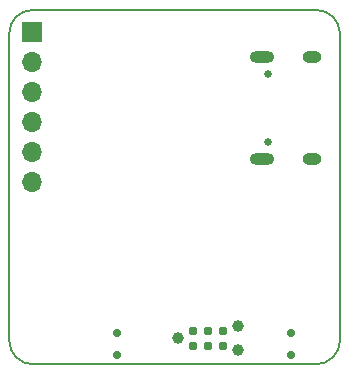
<source format=gbs>
G04 #@! TF.GenerationSoftware,KiCad,Pcbnew,5.1.5-52549c5~84~ubuntu19.10.1*
G04 #@! TF.CreationDate,2020-03-01T18:45:08+01:00*
G04 #@! TF.ProjectId,C245,43323435-2e6b-4696-9361-645f70636258,rev?*
G04 #@! TF.SameCoordinates,Original*
G04 #@! TF.FileFunction,Soldermask,Bot*
G04 #@! TF.FilePolarity,Negative*
%FSLAX46Y46*%
G04 Gerber Fmt 4.6, Leading zero omitted, Abs format (unit mm)*
G04 Created by KiCad (PCBNEW 5.1.5-52549c5~84~ubuntu19.10.1) date 2020-03-01 18:45:08*
%MOMM*%
%LPD*%
G04 APERTURE LIST*
%ADD10C,0.150000*%
%ADD11O,1.700000X1.700000*%
%ADD12R,1.700000X1.700000*%
%ADD13C,0.985520*%
%ADD14C,0.988060*%
%ADD15C,0.784860*%
%ADD16C,0.700000*%
%ADD17O,2.100000X1.000000*%
%ADD18O,1.600000X1.000000*%
%ADD19C,0.650000*%
G04 APERTURE END LIST*
D10*
X88000000Y-120000001D02*
G75*
G02X85999999Y-118000000I0J2000001D01*
G01*
X114000001Y-118000000D02*
G75*
G02X112000000Y-120000001I-2000001J0D01*
G01*
X112000000Y-89999999D02*
G75*
G02X114000001Y-92000000I0J-2000001D01*
G01*
X86000000Y-92000000D02*
G75*
G02X88000000Y-90000000I2000000J0D01*
G01*
X86000000Y-92000000D02*
X85999999Y-118000000D01*
X112000000Y-90000000D02*
X88000000Y-90000000D01*
X114000000Y-118000000D02*
X114000000Y-92000000D01*
X88000000Y-120000001D02*
X112000000Y-120000001D01*
D11*
X87900000Y-104600000D03*
X87900000Y-102060000D03*
X87900000Y-99520000D03*
X87900000Y-96980000D03*
X87900000Y-94440000D03*
D12*
X87900000Y-91900000D03*
D13*
X105340000Y-116784000D03*
X105340000Y-118816000D03*
D14*
X100260000Y-117800000D03*
D15*
X104070000Y-118435000D03*
X104070000Y-117165000D03*
X102800000Y-118435000D03*
X102800000Y-117165000D03*
X101530000Y-118435000D03*
X101530000Y-117165000D03*
D16*
X95100000Y-119200000D03*
X95100000Y-117400000D03*
X109900000Y-119200000D03*
X109900000Y-117400000D03*
D17*
X107415000Y-102620000D03*
X107415000Y-93980000D03*
D18*
X111595000Y-102620000D03*
X111595000Y-93980000D03*
D19*
X107945000Y-95410000D03*
X107945000Y-101190000D03*
M02*

</source>
